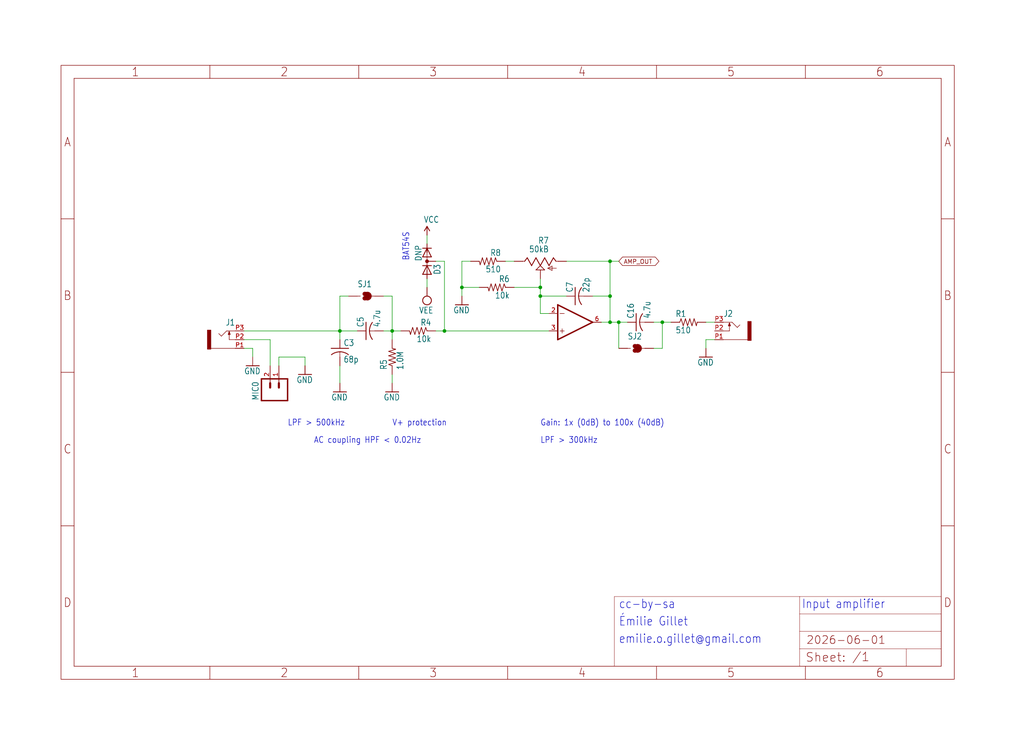
<source format=kicad_sch>
(kicad_sch (version 20230121) (generator eeschema)
  (paper "User" 298.45 217.322)
  (lib_symbols
    (symbol "ears_v40-eagle-import:A4L-LOC"
      (symbol "A4L-LOC_1_0"
        (polyline (pts (xy 0 44.7675) (xy 3.81 44.7675)))
        (polyline (pts (xy 0 89.535) (xy 3.81 89.535)))
        (polyline (pts (xy 0 134.3025) (xy 3.81 134.3025)))
        (polyline (pts (xy 3.81 3.81) (xy 3.81 175.26)))
        (polyline (pts (xy 43.3917 0) (xy 43.3917 3.81)))
        (polyline (pts (xy 43.3917 175.26) (xy 43.3917 179.07)))
        (polyline (pts (xy 86.7833 0) (xy 86.7833 3.81)))
        (polyline (pts (xy 86.7833 175.26) (xy 86.7833 179.07)))
        (polyline (pts (xy 130.175 0) (xy 130.175 3.81)))
        (polyline (pts (xy 130.175 175.26) (xy 130.175 179.07)))
        (polyline (pts (xy 161.29 3.81) (xy 161.29 24.13)) (stroke (width 0.1016)))
        (polyline (pts (xy 161.29 24.13) (xy 215.265 24.13)) (stroke (width 0.1016)))
        (polyline (pts (xy 173.5667 0) (xy 173.5667 3.81)))
        (polyline (pts (xy 173.5667 175.26) (xy 173.5667 179.07)))
        (polyline (pts (xy 215.265 8.89) (xy 215.265 3.81)) (stroke (width 0.1016)))
        (polyline (pts (xy 215.265 8.89) (xy 215.265 13.97)) (stroke (width 0.1016)))
        (polyline (pts (xy 215.265 13.97) (xy 215.265 19.05)) (stroke (width 0.1016)))
        (polyline (pts (xy 215.265 13.97) (xy 256.54 13.97)) (stroke (width 0.1016)))
        (polyline (pts (xy 215.265 19.05) (xy 215.265 24.13)) (stroke (width 0.1016)))
        (polyline (pts (xy 215.265 19.05) (xy 256.54 19.05)) (stroke (width 0.1016)))
        (polyline (pts (xy 215.265 24.13) (xy 256.54 24.13)) (stroke (width 0.1016)))
        (polyline (pts (xy 216.9583 0) (xy 216.9583 3.81)))
        (polyline (pts (xy 216.9583 175.26) (xy 216.9583 179.07)))
        (polyline (pts (xy 246.38 3.81) (xy 246.38 8.89)) (stroke (width 0.1016)))
        (polyline (pts (xy 246.38 8.89) (xy 215.265 8.89)) (stroke (width 0.1016)))
        (polyline (pts (xy 246.38 8.89) (xy 256.54 8.89)) (stroke (width 0.1016)))
        (polyline (pts (xy 256.54 3.81) (xy 3.81 3.81)))
        (polyline (pts (xy 256.54 3.81) (xy 256.54 8.89)) (stroke (width 0.1016)))
        (polyline (pts (xy 256.54 3.81) (xy 256.54 175.26)))
        (polyline (pts (xy 256.54 8.89) (xy 256.54 13.97)) (stroke (width 0.1016)))
        (polyline (pts (xy 256.54 13.97) (xy 256.54 19.05)) (stroke (width 0.1016)))
        (polyline (pts (xy 256.54 19.05) (xy 256.54 24.13)) (stroke (width 0.1016)))
        (polyline (pts (xy 256.54 44.7675) (xy 260.35 44.7675)))
        (polyline (pts (xy 256.54 89.535) (xy 260.35 89.535)))
        (polyline (pts (xy 256.54 134.3025) (xy 260.35 134.3025)))
        (polyline (pts (xy 256.54 175.26) (xy 3.81 175.26)))
        (polyline (pts (xy 0 0) (xy 260.35 0) (xy 260.35 179.07) (xy 0 179.07) (xy 0 0)))
        (text "${#}/${##}" (at 230.505 5.08 0) (effects (font (size 2.54 2.54)) (justify left bottom)))
        (text "${CURRENT_DATE}" (at 217.17 10.16 0) (effects (font (size 2.286 2.286)) (justify left bottom)))
        (text "${PROJECTNAME}" (at 217.17 15.24 0) (effects (font (size 2.54 2.54)) (justify left bottom)))
        (text "1" (at 21.6958 1.905 0) (effects (font (size 2.54 2.286))))
        (text "1" (at 21.6958 177.165 0) (effects (font (size 2.54 2.286))))
        (text "2" (at 65.0875 1.905 0) (effects (font (size 2.54 2.286))))
        (text "2" (at 65.0875 177.165 0) (effects (font (size 2.54 2.286))))
        (text "3" (at 108.4792 1.905 0) (effects (font (size 2.54 2.286))))
        (text "3" (at 108.4792 177.165 0) (effects (font (size 2.54 2.286))))
        (text "4" (at 151.8708 1.905 0) (effects (font (size 2.54 2.286))))
        (text "4" (at 151.8708 177.165 0) (effects (font (size 2.54 2.286))))
        (text "5" (at 195.2625 1.905 0) (effects (font (size 2.54 2.286))))
        (text "5" (at 195.2625 177.165 0) (effects (font (size 2.54 2.286))))
        (text "6" (at 238.6542 1.905 0) (effects (font (size 2.54 2.286))))
        (text "6" (at 238.6542 177.165 0) (effects (font (size 2.54 2.286))))
        (text "A" (at 1.905 156.6863 0) (effects (font (size 2.54 2.286))))
        (text "A" (at 258.445 156.6863 0) (effects (font (size 2.54 2.286))))
        (text "B" (at 1.905 111.9188 0) (effects (font (size 2.54 2.286))))
        (text "B" (at 258.445 111.9188 0) (effects (font (size 2.54 2.286))))
        (text "C" (at 1.905 67.1513 0) (effects (font (size 2.54 2.286))))
        (text "C" (at 258.445 67.1513 0) (effects (font (size 2.54 2.286))))
        (text "D" (at 1.905 22.3838 0) (effects (font (size 2.54 2.286))))
        (text "D" (at 258.445 22.3838 0) (effects (font (size 2.54 2.286))))
        (text "Sheet:" (at 216.916 4.953 0) (effects (font (size 2.54 2.54)) (justify left bottom)))
      )
    )
    (symbol "ears_v40-eagle-import:C-USC0402"
      (property "Reference" "C" (at 1.016 0.635 0))
      (symbol "C-USC0402_1_0"
        (arc (start 0 -1.0161) (mid -1.302 -1.2303) (end -2.4668 -1.8504) (stroke (width 0.254)))
        (polyline (pts (xy -2.54 0) (xy 2.54 0)) (stroke (width 0.254)))
        (polyline (pts (xy 0 -1.016) (xy 0 -2.54)) (stroke (width 0.1524)))
        (arc (start 2.4892 -1.8541) (mid 1.3158 -1.2194) (end 0 -1) (stroke (width 0.254)))
        (pin passive line (at 0 2.54 270) (length 2.54) (name "1") (number "1"))
        (pin passive line (at 0 -5.08 90) (length 2.54) (name "2") (number "2"))
      )
    )
    (symbol "ears_v40-eagle-import:C-USC0603"
      (property "Reference" "C" (at 1.016 0.635 0))
      (symbol "C-USC0603_1_0"
        (arc (start 0 -1.0161) (mid -1.302 -1.2303) (end -2.4668 -1.8504) (stroke (width 0.254)))
        (polyline (pts (xy -2.54 0) (xy 2.54 0)) (stroke (width 0.254)))
        (polyline (pts (xy 0 -1.016) (xy 0 -2.54)) (stroke (width 0.1524)))
        (arc (start 2.4892 -1.8541) (mid 1.3158 -1.2194) (end 0 -1) (stroke (width 0.254)))
        (pin passive line (at 0 2.54 270) (length 2.54) (name "1") (number "1"))
        (pin passive line (at 0 -5.08 90) (length 2.54) (name "2") (number "2"))
      )
    )
    (symbol "ears_v40-eagle-import:DIODE_2CACA-SOT23"
      (property "Reference" "D" (at 0.762 2.0066 0))
      (symbol "DIODE_2CACA-SOT23_1_0"
        (polyline (pts (xy -3.81 -1.27) (xy -3.81 0)) (stroke (width 0.254)))
        (polyline (pts (xy -3.81 0) (xy -3.81 1.27)) (stroke (width 0.254)))
        (polyline (pts (xy -3.81 0) (xy -1.27 -1.27)) (stroke (width 0.254)))
        (polyline (pts (xy -3.81 0) (xy 1.27 0)) (stroke (width 0.1524)))
        (polyline (pts (xy -2.54 0) (xy -3.81 0)) (stroke (width 0.1524)))
        (polyline (pts (xy -1.27 -1.27) (xy -1.27 1.27)) (stroke (width 0.254)))
        (polyline (pts (xy -1.27 1.27) (xy -3.81 0)) (stroke (width 0.254)))
        (polyline (pts (xy 1.27 -1.27) (xy 1.27 0)) (stroke (width 0.254)))
        (polyline (pts (xy 1.27 0) (xy 1.27 1.27)) (stroke (width 0.254)))
        (polyline (pts (xy 1.27 0) (xy 3.81 -1.27)) (stroke (width 0.254)))
        (polyline (pts (xy 2.54 0) (xy 1.27 0)) (stroke (width 0.1524)))
        (polyline (pts (xy 3.81 -1.27) (xy 3.81 1.27)) (stroke (width 0.254)))
        (polyline (pts (xy 3.81 1.27) (xy 1.27 0)) (stroke (width 0.254)))
        (circle (center 0 0) (radius 0.127) (stroke (width 0.4064)))
        (pin passive line (at 5.08 0 180) (length 2.54) (name "A") (number "1"))
        (pin passive line (at -5.08 0 0) (length 2.54) (name "C") (number "2"))
        (pin passive line (at 0 2.54 270) (length 2.54) (name "AC") (number "3"))
      )
    )
    (symbol "ears_v40-eagle-import:GND" (power)
      (property "Value" "GND" (at -2.54 -2.54 0))
      (symbol "GND_1_0"
        (polyline (pts (xy -1.905 0) (xy 1.905 0)) (stroke (width 0.254)))
        (pin power_in line (at 0 2.54 270) (length 2.54) (name "GND") (number "1"))
      )
    )
    (symbol "ears_v40-eagle-import:M02TINY"
      (property "Reference" "JP" (at -2.54 5.842 0))
      (symbol "M02TINY_1_0"
        (polyline (pts (xy -2.54 5.08) (xy -2.54 -2.54)) (stroke (width 0.4064)))
        (polyline (pts (xy -2.54 5.08) (xy 3.81 5.08)) (stroke (width 0.4064)))
        (polyline (pts (xy 1.27 0) (xy 2.54 0)) (stroke (width 0.6096)))
        (polyline (pts (xy 1.27 2.54) (xy 2.54 2.54)) (stroke (width 0.6096)))
        (polyline (pts (xy 3.81 -2.54) (xy -2.54 -2.54)) (stroke (width 0.4064)))
        (polyline (pts (xy 3.81 -2.54) (xy 3.81 5.08)) (stroke (width 0.4064)))
        (pin passive line (at 7.62 0 180) (length 5.08) (name "1") (number "1"))
        (pin passive line (at 7.62 2.54 180) (length 5.08) (name "2") (number "2"))
      )
    )
    (symbol "ears_v40-eagle-import:OPA1641"
      (symbol "OPA1641_1_0"
        (text "V+" (at 1.27 3.175 900) (effects (font (size 0.8128 0.6908)) (justify left bottom)))
        (text "V-" (at 1.27 -4.445 900) (effects (font (size 0.8128 0.6908)) (justify left bottom)))
        (pin power_in line (at 0 -7.62 90) (length 5.08) (name "V-") (number "4"))
        (pin power_in line (at 0 7.62 270) (length 5.08) (name "V+") (number "7"))
      )
      (symbol "OPA1641_2_0"
        (polyline (pts (xy -5.08 -5.08) (xy 5.08 0)) (stroke (width 0.4064)))
        (polyline (pts (xy -5.08 5.08) (xy -5.08 -5.08)) (stroke (width 0.4064)))
        (polyline (pts (xy -4.445 -2.54) (xy -3.175 -2.54)) (stroke (width 0.1524)))
        (polyline (pts (xy -4.445 2.54) (xy -3.175 2.54)) (stroke (width 0.1524)))
        (polyline (pts (xy -3.81 3.175) (xy -3.81 1.905)) (stroke (width 0.1524)))
        (polyline (pts (xy 5.08 0) (xy -5.08 5.08)) (stroke (width 0.4064)))
        (pin input line (at -7.62 -2.54 0) (length 2.54) (name "-IN") (number "2"))
        (pin input line (at -7.62 2.54 0) (length 2.54) (name "+IN") (number "3"))
        (pin output line (at 7.62 0 180) (length 2.54) (name "OUT") (number "6"))
      )
    )
    (symbol "ears_v40-eagle-import:PJ301_THONKICONN6"
      (property "Reference" "J" (at -2.54 4.064 0))
      (symbol "PJ301_THONKICONN6_1_0"
        (polyline (pts (xy -2.54 -2.54) (xy 4.572 -2.54)) (stroke (width 0.1524)))
        (polyline (pts (xy -2.54 0) (xy -0.762 0)) (stroke (width 0.1524)))
        (polyline (pts (xy -2.54 2.54) (xy 0 2.54)) (stroke (width 0.1524)))
        (polyline (pts (xy -1.016 1.524) (xy -0.508 1.524)) (stroke (width 0.254)))
        (polyline (pts (xy -0.762 0) (xy -0.762 2.286)) (stroke (width 0.1524)))
        (polyline (pts (xy -0.762 2.286) (xy -1.016 1.524)) (stroke (width 0.254)))
        (polyline (pts (xy -0.508 1.524) (xy -0.762 2.286)) (stroke (width 0.254)))
        (polyline (pts (xy 0 2.54) (xy 1.524 1.016)) (stroke (width 0.1524)))
        (polyline (pts (xy 1.524 1.016) (xy 2.286 1.778)) (stroke (width 0.1524)))
        (rectangle (start 4.572 2.794) (end 5.588 -2.794) (fill (type outline)))
        (pin passive line (at -5.08 -2.54 0) (length 2.54) (name "1") (number "P1"))
        (pin passive line (at -5.08 0 0) (length 2.54) (name "2") (number "P2"))
        (pin passive line (at -5.08 2.54 0) (length 2.54) (name "3") (number "P3"))
      )
    )
    (symbol "ears_v40-eagle-import:POT_USVERTICAL_PS"
      (property "Reference" "R" (at -5.08 -2.54 90))
      (symbol "POT_USVERTICAL_PS_1_0"
        (polyline (pts (xy -1.016 -3.81) (xy 1.27 -2.54)) (stroke (width 0.254)))
        (polyline (pts (xy -1.016 -1.27) (xy 1.27 0)) (stroke (width 0.254)))
        (polyline (pts (xy -1.016 1.27) (xy 1.27 2.54)) (stroke (width 0.254)))
        (polyline (pts (xy -1.016 3.81) (xy 0 4.572)) (stroke (width 0.254)))
        (polyline (pts (xy 0 -5.08) (xy 0 -4.572)) (stroke (width 0.1524)))
        (polyline (pts (xy 0 -4.572) (xy -1.016 -3.81)) (stroke (width 0.254)))
        (polyline (pts (xy 0 4.572) (xy 0 5.08)) (stroke (width 0.1524)))
        (polyline (pts (xy 1.27 -2.54) (xy -1.016 -1.27)) (stroke (width 0.254)))
        (polyline (pts (xy 1.27 0) (xy -1.016 1.27)) (stroke (width 0.254)))
        (polyline (pts (xy 1.27 0) (xy 2.54 1.27)) (stroke (width 0.2032)))
        (polyline (pts (xy 1.27 2.54) (xy -1.016 3.81)) (stroke (width 0.254)))
        (polyline (pts (xy 1.397 -3.429) (xy 2.032 -2.159)) (stroke (width 0.1524)))
        (polyline (pts (xy 2.032 -4.699) (xy 2.032 -2.159)) (stroke (width 0.1524)))
        (polyline (pts (xy 2.032 -2.159) (xy 2.667 -3.429)) (stroke (width 0.1524)))
        (polyline (pts (xy 2.54 -1.27) (xy 1.27 0)) (stroke (width 0.2032)))
        (polyline (pts (xy 2.54 1.27) (xy 2.54 -1.27)) (stroke (width 0.2032)))
        (polyline (pts (xy 2.667 -3.429) (xy 1.397 -3.429)) (stroke (width 0.1524)))
        (pin passive line (at 0 7.62 270) (length 2.54) (name "E") (number "P$1"))
        (pin passive line (at 5.08 0 180) (length 2.54) (name "S") (number "P$2"))
        (pin passive line (at 0 -7.62 90) (length 2.54) (name "A") (number "P$3"))
      )
    )
    (symbol "ears_v40-eagle-import:R-US_R0402"
      (property "Reference" "R" (at -3.81 1.4986 0))
      (symbol "R-US_R0402_1_0"
        (polyline (pts (xy -2.54 0) (xy -2.159 1.016)) (stroke (width 0.2032)))
        (polyline (pts (xy -2.159 1.016) (xy -1.524 -1.016)) (stroke (width 0.2032)))
        (polyline (pts (xy -1.524 -1.016) (xy -0.889 1.016)) (stroke (width 0.2032)))
        (polyline (pts (xy -0.889 1.016) (xy -0.254 -1.016)) (stroke (width 0.2032)))
        (polyline (pts (xy -0.254 -1.016) (xy 0.381 1.016)) (stroke (width 0.2032)))
        (polyline (pts (xy 0.381 1.016) (xy 1.016 -1.016)) (stroke (width 0.2032)))
        (polyline (pts (xy 1.016 -1.016) (xy 1.651 1.016)) (stroke (width 0.2032)))
        (polyline (pts (xy 1.651 1.016) (xy 2.286 -1.016)) (stroke (width 0.2032)))
        (polyline (pts (xy 2.286 -1.016) (xy 2.54 0)) (stroke (width 0.2032)))
        (pin passive line (at -5.08 0 0) (length 2.54) (name "1") (number "1"))
        (pin passive line (at 5.08 0 180) (length 2.54) (name "2") (number "2"))
      )
    )
    (symbol "ears_v40-eagle-import:SOLDERJUMPERNC"
      (property "Reference" "SJ" (at -2.54 2.54 0))
      (symbol "SOLDERJUMPERNC_1_0"
        (arc (start -0.381 -0.635) (mid 0.2541 -0.0001) (end -0.3808 0.635) (stroke (width 1.27)))
        (polyline (pts (xy -2.54 0) (xy -1.651 0)) (stroke (width 0.1524)))
        (polyline (pts (xy 2.54 0) (xy 1.651 0)) (stroke (width 0.1524)))
        (arc (start 0.3808 -0.635) (mid 1.0132 -0.0001) (end 0.381 0.635) (stroke (width 1.27)))
        (pin passive line (at -5.08 0 0) (length 2.54) (name "1") (number "1"))
        (pin passive line (at 5.08 0 180) (length 2.54) (name "2") (number "2"))
      )
    )
    (symbol "ears_v40-eagle-import:VCC" (power)
      (property "Value" "VCC" (at -1.016 3.556 0))
      (symbol "VCC_1_0"
        (polyline (pts (xy 0 2.54) (xy -0.762 1.27)) (stroke (width 0.254)))
        (polyline (pts (xy 0.762 1.27) (xy 0 2.54)) (stroke (width 0.254)))
        (pin power_in line (at 0 0 90) (length 2.54) (name "VCC") (number "1"))
      )
    )
    (symbol "ears_v40-eagle-import:VEE" (power)
      (property "Value" "VEE" (at -1.905 3.175 0))
      (symbol "VEE_1_0"
        (circle (center 0 1.27) (radius 1.27) (stroke (width 0.254)))
        (pin power_in line (at 0 -2.54 90) (length 2.54) (name "VEE") (number "1"))
      )
    )
  )
  (junction (at 157.48 86.36))
  (junction (at 157.48 83.82))
  (junction (at 129.54 96.52))
  (junction (at 99.06 96.52))
  (junction (at 134.62 83.82))
  (junction (at 180.34 93.98))
  (junction (at 177.8 76.2))
  (junction (at 114.3 96.52))
  (junction (at 177.8 86.36))
  (junction (at 193.04 93.98))
  (junction (at 177.8 93.98))
  (wire (pts (xy 160.02 91.44) (xy 157.48 91.44)) (stroke (width 0.1524)))
  (wire (pts (xy 180.34 93.98) (xy 182.88 93.98)) (stroke (width 0.1524)))
  (wire (pts (xy 190.5 101.6) (xy 193.04 101.6)) (stroke (width 0.1524)))
  (wire (pts (xy 134.62 76.2) (xy 137.16 76.2)) (stroke (width 0.1524)))
  (wire (pts (xy 180.34 101.6) (xy 180.34 93.98)) (stroke (width 0.1524)))
  (wire (pts (xy 104.14 96.52) (xy 99.06 96.52)) (stroke (width 0.1524)))
  (wire (pts (xy 129.54 96.52) (xy 160.02 96.52)) (stroke (width 0.1524)))
  (wire (pts (xy 116.84 96.52) (xy 114.3 96.52)) (stroke (width 0.1524)))
  (wire (pts (xy 177.8 93.98) (xy 180.34 93.98)) (stroke (width 0.1524)))
  (wire (pts (xy 78.74 99.06) (xy 78.74 106.68)) (stroke (width 0.1524)))
  (wire (pts (xy 129.54 76.2) (xy 129.54 96.52)) (stroke (width 0.1524)))
  (wire (pts (xy 99.06 96.52) (xy 99.06 99.06)) (stroke (width 0.1524)))
  (wire (pts (xy 205.74 99.06) (xy 205.74 101.6)) (stroke (width 0.1524)))
  (wire (pts (xy 101.6 86.36) (xy 99.06 86.36)) (stroke (width 0.1524)))
  (wire (pts (xy 180.34 76.2) (xy 177.8 76.2)) (stroke (width 0.1524)))
  (wire (pts (xy 149.86 83.82) (xy 157.48 83.82)) (stroke (width 0.1524)))
  (wire (pts (xy 127 76.2) (xy 129.54 76.2)) (stroke (width 0.1524)))
  (wire (pts (xy 147.32 76.2) (xy 149.86 76.2)) (stroke (width 0.1524)))
  (wire (pts (xy 165.1 76.2) (xy 177.8 76.2)) (stroke (width 0.1524)))
  (wire (pts (xy 157.48 86.36) (xy 157.48 83.82)) (stroke (width 0.1524)))
  (wire (pts (xy 114.3 86.36) (xy 114.3 96.52)) (stroke (width 0.1524)))
  (wire (pts (xy 81.28 104.14) (xy 88.9 104.14)) (stroke (width 0.1524)))
  (wire (pts (xy 114.3 109.22) (xy 114.3 111.76)) (stroke (width 0.1524)))
  (wire (pts (xy 88.9 104.14) (xy 88.9 106.68)) (stroke (width 0.1524)))
  (wire (pts (xy 71.12 99.06) (xy 78.74 99.06)) (stroke (width 0.1524)))
  (wire (pts (xy 157.48 91.44) (xy 157.48 86.36)) (stroke (width 0.1524)))
  (wire (pts (xy 99.06 86.36) (xy 99.06 96.52)) (stroke (width 0.1524)))
  (wire (pts (xy 193.04 101.6) (xy 193.04 93.98)) (stroke (width 0.1524)))
  (wire (pts (xy 124.46 83.82) (xy 124.46 81.28)) (stroke (width 0.1524)))
  (wire (pts (xy 111.76 86.36) (xy 114.3 86.36)) (stroke (width 0.1524)))
  (wire (pts (xy 99.06 106.68) (xy 99.06 111.76)) (stroke (width 0.1524)))
  (wire (pts (xy 134.62 83.82) (xy 134.62 76.2)) (stroke (width 0.1524)))
  (wire (pts (xy 81.28 106.68) (xy 81.28 104.14)) (stroke (width 0.1524)))
  (wire (pts (xy 71.12 101.6) (xy 73.66 101.6)) (stroke (width 0.1524)))
  (wire (pts (xy 177.8 76.2) (xy 177.8 86.36)) (stroke (width 0.1524)))
  (wire (pts (xy 175.26 93.98) (xy 177.8 93.98)) (stroke (width 0.1524)))
  (wire (pts (xy 177.8 86.36) (xy 177.8 93.98)) (stroke (width 0.1524)))
  (wire (pts (xy 134.62 86.36) (xy 134.62 83.82)) (stroke (width 0.1524)))
  (wire (pts (xy 193.04 93.98) (xy 195.58 93.98)) (stroke (width 0.1524)))
  (wire (pts (xy 127 96.52) (xy 129.54 96.52)) (stroke (width 0.1524)))
  (wire (pts (xy 205.74 93.98) (xy 208.28 93.98)) (stroke (width 0.1524)))
  (wire (pts (xy 193.04 93.98) (xy 190.5 93.98)) (stroke (width 0.1524)))
  (wire (pts (xy 172.72 86.36) (xy 177.8 86.36)) (stroke (width 0.1524)))
  (wire (pts (xy 111.76 96.52) (xy 114.3 96.52)) (stroke (width 0.1524)))
  (wire (pts (xy 208.28 99.06) (xy 205.74 99.06)) (stroke (width 0.1524)))
  (wire (pts (xy 73.66 101.6) (xy 73.66 104.14)) (stroke (width 0.1524)))
  (wire (pts (xy 124.46 71.12) (xy 124.46 68.58)) (stroke (width 0.1524)))
  (wire (pts (xy 165.1 86.36) (xy 157.48 86.36)) (stroke (width 0.1524)))
  (wire (pts (xy 71.12 96.52) (xy 99.06 96.52)) (stroke (width 0.1524)))
  (wire (pts (xy 139.7 83.82) (xy 134.62 83.82)) (stroke (width 0.1524)))
  (wire (pts (xy 114.3 99.06) (xy 114.3 96.52)) (stroke (width 0.1524)))
  (wire (pts (xy 157.48 83.82) (xy 157.48 81.28)) (stroke (width 0.1524)))
  (text "BAT54S" (at 119.38 76.2 90) (effects (font (size 1.778 1.5113)) (justify left bottom)))
  (text "LPF > 500kHz" (at 83.82 124.46 0) (effects (font (size 1.778 1.5113)) (justify left bottom)))
  (text "AC coupling HPF < 0.02Hz" (at 91.44 129.54 0) (effects (font (size 1.778 1.5113)) (justify left bottom)))
  (text "emilie.o.gillet@gmail.com" (at 180.34 187.96 0) (effects (font (size 2.54 2.159)) (justify left bottom)))
  (text "LPF > 300kHz" (at 157.48 129.54 0) (effects (font (size 1.778 1.5113)) (justify left bottom)))
  (text "Input amplifier" (at 233.68 177.8 0) (effects (font (size 2.54 2.159)) (justify left bottom)))
  (text "Gain: 1x (0dB) to 100x (40dB)" (at 157.48 124.46 0) (effects (font (size 1.778 1.5113)) (justify left bottom)))
  (text "Émilie Gillet" (at 180.34 182.88 0) (effects (font (size 2.54 2.159)) (justify left bottom)))
  (text "cc-by-sa" (at 180.34 177.8 0) (effects (font (size 2.54 2.159)) (justify left bottom)))
  (text "V+ protection" (at 114.3 124.46 0) (effects (font (size 1.778 1.5113)) (justify left bottom)))
  (global_label "AMP_OUT" (shape bidirectional) (at 180.34 76.2 0) (effects (font (size 1.2446 1.2446))) (property "Intersheetrefs" "${INTERSHEET_REFS}" (effects hide)))
  (symbol (lib_id "ears_v40-eagle-import:VCC") (at 124.46 68.58 0) (unit 1)
    (property "Reference" "#P+4" (effects hide))
    (property "Value" "VCC" (at 123.444 65.024 0) (effects (font (size 1.778 1.5113)) (justify left bottom)))
  )
  (symbol (lib_id "ears_v40-eagle-import:C-USC0402") (at 99.06 101.6 0) (unit 1)
    (property "Reference" "C3" (at 100.076 100.965 0) (effects (font (size 1.778 1.5113)) (justify left bottom)))
    (property "Value" "68p" (at 100.076 105.791 0) (effects (font (size 1.778 1.5113)) (justify left bottom)))
    (property "Footprint" "ears_v40:C0402" (effects hide))
  )
  (symbol (lib_id "ears_v40-eagle-import:C-USC0603") (at 106.68 96.52 90) (unit 1)
    (property "Reference" "C5" (at 106.045 95.504 0) (effects (font (size 1.778 1.5113)) (justify left bottom)))
    (property "Value" "4.7u" (at 110.871 95.504 0) (effects (font (size 1.778 1.5113)) (justify left bottom)))
    (property "Footprint" "ears_v40:C0603" (effects hide))
  )
  (symbol (lib_id "ears_v40-eagle-import:M02TINY") (at 81.28 114.3 90) (unit 1)
    (property "Reference" "MIC0" (at 75.438 116.84 0) (effects (font (size 1.778 1.5113)) (justify left bottom)))
    (property "Value" "M02TINY" (effects hide))
    (property "Footprint" "ears_v40:1X02_TINY" (effects hide))
  )
  (symbol (lib_id "ears_v40-eagle-import:R-US_R0402") (at 144.78 83.82 0) (mirror y) (unit 1)
    (property "Reference" "R6" (at 148.59 82.3214 0) (effects (font (size 1.778 1.5113)) (justify left bottom)))
    (property "Value" "10k" (at 148.59 87.122 0) (effects (font (size 1.778 1.5113)) (justify left bottom)))
    (property "Footprint" "ears_v40:R0402" (effects hide))
  )
  (symbol (lib_id "ears_v40-eagle-import:SOLDERJUMPERNC") (at 185.42 101.6 0) (unit 1)
    (property "Reference" "SJ2" (at 182.88 99.06 0) (effects (font (size 1.778 1.5113)) (justify left bottom)))
    (property "Value" "SOLDERJUMPERNC" (effects hide))
    (property "Footprint" "ears_v40:SJ_2S" (effects hide))
  )
  (symbol (lib_id "ears_v40-eagle-import:C-USC0402") (at 167.64 86.36 90) (unit 1)
    (property "Reference" "C7" (at 167.005 85.344 0) (effects (font (size 1.778 1.5113)) (justify left bottom)))
    (property "Value" "22p" (at 171.831 85.344 0) (effects (font (size 1.778 1.5113)) (justify left bottom)))
    (property "Footprint" "ears_v40:C0402" (effects hide))
  )
  (symbol (lib_id "ears_v40-eagle-import:DIODE_2CACA-SOT23") (at 124.46 76.2 270) (unit 1)
    (property "Reference" "D3" (at 126.4666 76.962 0) (effects (font (size 1.778 1.5113)) (justify left bottom)))
    (property "Value" "DNP" (at 121.0056 71.374 0) (effects (font (size 1.778 1.5113)) (justify left bottom)))
    (property "Footprint" "ears_v40:SOT23" (effects hide))
  )
  (symbol (lib_id "ears_v40-eagle-import:R-US_R0402") (at 200.66 93.98 0) (unit 1)
    (property "Reference" "R1" (at 196.85 92.4814 0) (effects (font (size 1.778 1.5113)) (justify left bottom)))
    (property "Value" "510" (at 196.85 97.282 0) (effects (font (size 1.778 1.5113)) (justify left bottom)))
    (property "Footprint" "ears_v40:R0402" (effects hide))
  )
  (symbol (lib_id "ears_v40-eagle-import:GND") (at 114.3 114.3 0) (unit 1)
    (property "Reference" "#GND2" (effects hide))
    (property "Value" "GND" (at 111.76 116.84 0) (effects (font (size 1.778 1.5113)) (justify left bottom)))
  )
  (symbol (lib_id "ears_v40-eagle-import:POT_USVERTICAL_PS") (at 157.48 76.2 90) (mirror x) (unit 1)
    (property "Reference" "R7" (at 160.02 71.12 90) (effects (font (size 1.778 1.5113)) (justify left bottom)))
    (property "Value" "50kB" (at 160.02 73.66 90) (effects (font (size 1.778 1.5113)) (justify left bottom)))
    (property "Footprint" "ears_v40:ALPS_POT_VERTICAL_PS" (effects hide))
  )
  (symbol (lib_id "ears_v40-eagle-import:GND") (at 88.9 109.22 0) (unit 1)
    (property "Reference" "#GND4" (effects hide))
    (property "Value" "GND" (at 86.36 111.76 0) (effects (font (size 1.778 1.5113)) (justify left bottom)))
  )
  (symbol (lib_id "ears_v40-eagle-import:GND") (at 99.06 114.3 0) (unit 1)
    (property "Reference" "#GND24" (effects hide))
    (property "Value" "GND" (at 96.52 116.84 0) (effects (font (size 1.778 1.5113)) (justify left bottom)))
  )
  (symbol (lib_id "ears_v40-eagle-import:C-USC0603") (at 185.42 93.98 90) (unit 1)
    (property "Reference" "C16" (at 184.785 92.964 0) (effects (font (size 1.778 1.5113)) (justify left bottom)))
    (property "Value" "4.7u" (at 189.611 92.964 0) (effects (font (size 1.778 1.5113)) (justify left bottom)))
    (property "Footprint" "ears_v40:C0603" (effects hide))
  )
  (symbol (lib_id "ears_v40-eagle-import:R-US_R0402") (at 114.3 104.14 90) (unit 1)
    (property "Reference" "R5" (at 112.8014 107.95 0) (effects (font (size 1.778 1.5113)) (justify left bottom)))
    (property "Value" "1.0M" (at 117.602 107.95 0) (effects (font (size 1.778 1.5113)) (justify left bottom)))
    (property "Footprint" "ears_v40:R0402" (effects hide))
  )
  (symbol (lib_id "ears_v40-eagle-import:GND") (at 73.66 106.68 0) (unit 1)
    (property "Reference" "#GND16" (effects hide))
    (property "Value" "GND" (at 71.12 109.22 0) (effects (font (size 1.778 1.5113)) (justify left bottom)))
  )
  (symbol (lib_id "ears_v40-eagle-import:PJ301_THONKICONN6") (at 213.36 96.52 0) (unit 1)
    (property "Reference" "J2" (at 210.82 92.456 0) (effects (font (size 1.778 1.5113)) (justify left bottom)))
    (property "Value" "PJ301_THONKICONN6" (effects hide))
    (property "Footprint" "ears_v40:WQP_PJ_301M6" (effects hide))
  )
  (symbol (lib_id "ears_v40-eagle-import:VEE") (at 124.46 86.36 180) (unit 1)
    (property "Reference" "#SUPPLY3" (effects hide))
    (property "Value" "VEE" (at 126.365 89.535 0) (effects (font (size 1.778 1.5113)) (justify left bottom)))
  )
  (symbol (lib_id "ears_v40-eagle-import:SOLDERJUMPERNC") (at 106.68 86.36 0) (unit 1)
    (property "Reference" "SJ1" (at 104.14 83.82 0) (effects (font (size 1.778 1.5113)) (justify left bottom)))
    (property "Value" "SOLDERJUMPERNC" (effects hide))
    (property "Footprint" "ears_v40:SJ_2S" (effects hide))
  )
  (symbol (lib_id "ears_v40-eagle-import:GND") (at 134.62 88.9 0) (unit 1)
    (property "Reference" "#GND3" (effects hide))
    (property "Value" "GND" (at 132.08 91.44 0) (effects (font (size 1.778 1.5113)) (justify left bottom)))
  )
  (symbol (lib_id "ears_v40-eagle-import:GND") (at 205.74 104.14 0) (unit 1)
    (property "Reference" "#GND18" (effects hide))
    (property "Value" "GND" (at 203.2 106.68 0) (effects (font (size 1.778 1.5113)) (justify left bottom)))
  )
  (symbol (lib_id "ears_v40-eagle-import:R-US_R0402") (at 121.92 96.52 0) (mirror y) (unit 1)
    (property "Reference" "R4" (at 125.73 95.0214 0) (effects (font (size 1.778 1.5113)) (justify left bottom)))
    (property "Value" "10k" (at 125.73 99.822 0) (effects (font (size 1.778 1.5113)) (justify left bottom)))
    (property "Footprint" "ears_v40:R0402" (effects hide))
  )
  (symbol (lib_id "ears_v40-eagle-import:A4L-LOC") (at 17.78 198.12 0) (unit 1)
    (property "Reference" "#FRAME5" (effects hide))
    (property "Value" "A4L-LOC" (effects hide))
  )
  (symbol (lib_id "ears_v40-eagle-import:PJ301_THONKICONN6") (at 66.04 99.06 0) (mirror y) (unit 1)
    (property "Reference" "J1" (at 68.58 94.996 0) (effects (font (size 1.778 1.5113)) (justify left bottom)))
    (property "Value" "PJ301_THONKICONN6" (effects hide))
    (property "Footprint" "ears_v40:WQP_PJ_301M6" (effects hide))
  )
  (symbol (lib_id "ears_v40-eagle-import:OPA1641") (at 167.64 93.98 0) (mirror x) (unit 2)
    (property "Reference" "IC1" (effects hide))
    (property "Value" "OPA1641" (effects hide))
    (property "Footprint" "ears_v40:MSOP8" (effects hide))
  )
  (symbol (lib_id "ears_v40-eagle-import:R-US_R0402") (at 142.24 76.2 0) (mirror y) (unit 1)
    (property "Reference" "R8" (at 146.05 74.7014 0) (effects (font (size 1.778 1.5113)) (justify left bottom)))
    (property "Value" "510" (at 146.05 79.502 0) (effects (font (size 1.778 1.5113)) (justify left bottom)))
    (property "Footprint" "ears_v40:R0402" (effects hide))
  )
)
</source>
